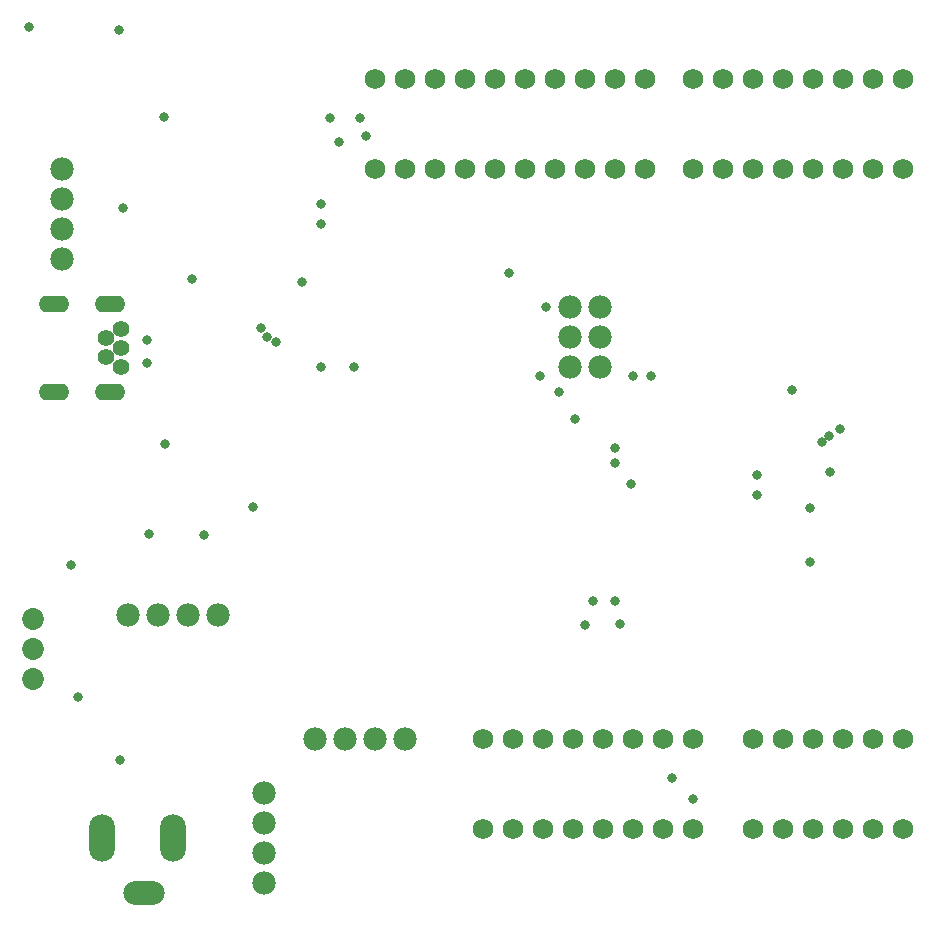
<source format=gbs>
G04*
G04 #@! TF.GenerationSoftware,Altium Limited,Altium Designer,21.8.1 (53)*
G04*
G04 Layer_Color=16711935*
%FSLAX25Y25*%
%MOIN*%
G70*
G04*
G04 #@! TF.SameCoordinates,28AFC469-8C40-47C5-92FE-A73FC46FB42A*
G04*
G04*
G04 #@! TF.FilePolarity,Negative*
G04*
G01*
G75*
%ADD46C,0.06800*%
%ADD47C,0.07800*%
%ADD48O,0.10249X0.05524*%
%ADD49C,0.05524*%
%ADD50C,0.07296*%
%ADD51O,0.13792X0.07887*%
%ADD52O,0.08674X0.15761*%
%ADD53C,0.03300*%
D46*
X300000Y30000D02*
D03*
X290000D02*
D03*
X280000D02*
D03*
X270000D02*
D03*
X260000D02*
D03*
X250000D02*
D03*
X124000Y280000D02*
D03*
X134000D02*
D03*
X144000D02*
D03*
X154000D02*
D03*
X164000D02*
D03*
X174000D02*
D03*
X184000D02*
D03*
X194000D02*
D03*
X204000D02*
D03*
X214000D02*
D03*
X300000D02*
D03*
X290000D02*
D03*
X280000D02*
D03*
X270000D02*
D03*
X260000D02*
D03*
X250000D02*
D03*
X240000D02*
D03*
X230000D02*
D03*
X250000Y60000D02*
D03*
X260000D02*
D03*
X270000D02*
D03*
X280000D02*
D03*
X290000D02*
D03*
X300000D02*
D03*
X160000D02*
D03*
X170000D02*
D03*
X180000D02*
D03*
X190000D02*
D03*
X200000D02*
D03*
X210000D02*
D03*
X220000D02*
D03*
X230000D02*
D03*
X160000Y30000D02*
D03*
X170000D02*
D03*
X180000D02*
D03*
X190000D02*
D03*
X200000D02*
D03*
X210000D02*
D03*
X220000D02*
D03*
X230000D02*
D03*
X300000Y250000D02*
D03*
X290000D02*
D03*
X280000D02*
D03*
X270000D02*
D03*
X260000D02*
D03*
X250000D02*
D03*
X240000D02*
D03*
X230000D02*
D03*
X214000D02*
D03*
X204000D02*
D03*
X194000D02*
D03*
X184000D02*
D03*
X174000D02*
D03*
X164000D02*
D03*
X154000D02*
D03*
X144000D02*
D03*
X134000D02*
D03*
X124000D02*
D03*
D47*
X114000Y60000D02*
D03*
X104000D02*
D03*
X134000D02*
D03*
X124000D02*
D03*
X19500Y240000D02*
D03*
Y250000D02*
D03*
Y220000D02*
D03*
Y230000D02*
D03*
X51500Y101500D02*
D03*
X41500D02*
D03*
X71500D02*
D03*
X61500D02*
D03*
X87000Y32000D02*
D03*
Y42000D02*
D03*
Y12000D02*
D03*
Y22000D02*
D03*
X199000Y184000D02*
D03*
X189000D02*
D03*
X199000Y194000D02*
D03*
X189000D02*
D03*
X199000Y204000D02*
D03*
X189000D02*
D03*
D48*
X16875Y175855D02*
D03*
X35575D02*
D03*
Y205146D02*
D03*
X16875D02*
D03*
D49*
X39125Y196721D02*
D03*
X34386Y193571D02*
D03*
Y187273D02*
D03*
X39125Y190421D02*
D03*
Y184123D02*
D03*
D50*
X10000Y100000D02*
D03*
Y90000D02*
D03*
Y80000D02*
D03*
D51*
X46780Y8693D02*
D03*
D52*
X33000Y27000D02*
D03*
X56622D02*
D03*
D53*
X54000Y158250D02*
D03*
X106000Y231750D02*
D03*
Y238250D02*
D03*
X119000Y267000D02*
D03*
X109000D02*
D03*
X112000Y259000D02*
D03*
X121000Y261000D02*
D03*
X179000Y181000D02*
D03*
X185298Y175702D02*
D03*
X117000Y184000D02*
D03*
X106000D02*
D03*
X86000Y197000D02*
D03*
X88000Y194000D02*
D03*
X205500Y98448D02*
D03*
X204000Y151900D02*
D03*
Y157000D02*
D03*
X190697Y166697D02*
D03*
X204000Y106000D02*
D03*
X194000Y98000D02*
D03*
X196550Y106000D02*
D03*
X230000Y40000D02*
D03*
X223000Y47000D02*
D03*
X209100Y144900D02*
D03*
X251152Y141252D02*
D03*
X269000Y137000D02*
D03*
Y119000D02*
D03*
X216000Y181000D02*
D03*
X210000D02*
D03*
X181000Y204000D02*
D03*
X168468Y215531D02*
D03*
X83150Y137324D02*
D03*
X262838Y176338D02*
D03*
X275500Y149000D02*
D03*
X273000Y159000D02*
D03*
X251400Y147950D02*
D03*
X275307Y161000D02*
D03*
X279000Y163500D02*
D03*
X53500Y267500D02*
D03*
X8500Y297500D02*
D03*
X38492Y296492D02*
D03*
X48000Y185500D02*
D03*
Y193000D02*
D03*
X99500Y212500D02*
D03*
X91000Y192500D02*
D03*
X63000Y213500D02*
D03*
X40000Y237000D02*
D03*
X48500Y128500D02*
D03*
X22500Y118000D02*
D03*
X67000Y128000D02*
D03*
X25000Y74000D02*
D03*
X39000Y53000D02*
D03*
M02*

</source>
